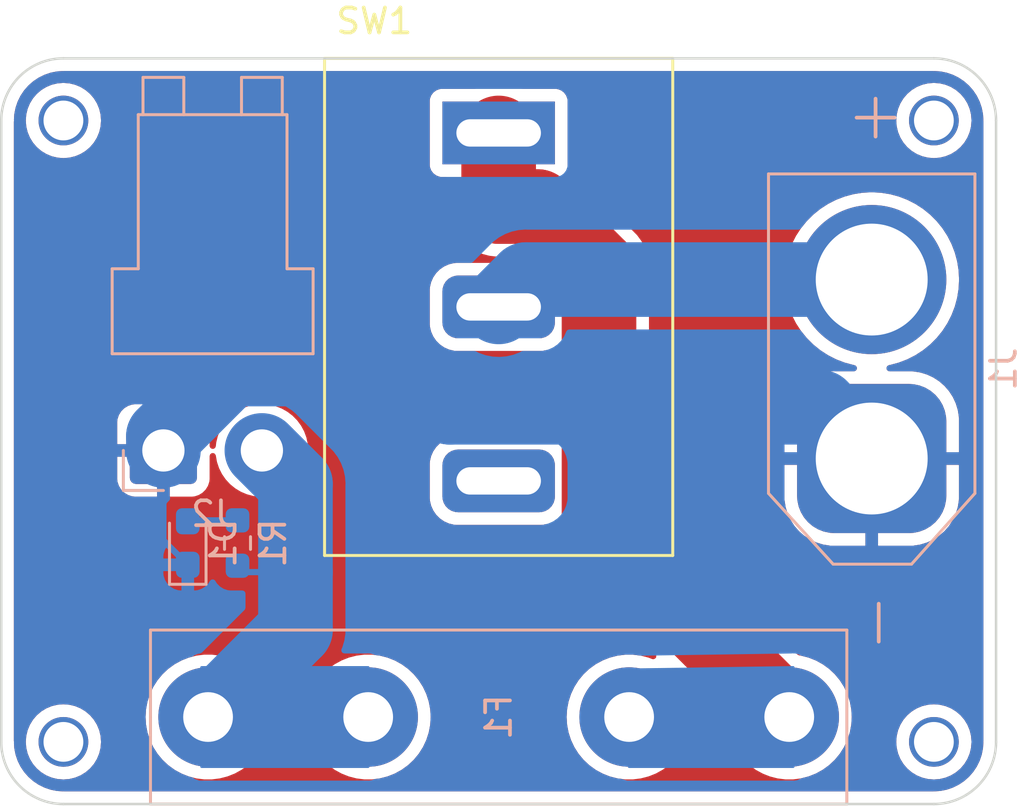
<source format=kicad_pcb>
(kicad_pcb (version 20211014) (generator pcbnew)
  (layers (0 "F.Cu" signal) (31 "B.Cu" signal) (34 "B.Paste" user) (35 "F.Paste" user) (36 "B.SilkS" user "B.Silkscreen") (37 "F.SilkS" user "F.Silkscreen") (38 "B.Mask" user) (39 "F.Mask" user) (44 "Edge.Cuts" user))
  (net 0 "")
  (net 1 "GND")
  (net 2 "Net-(D1-Pad2)")
  (net 3 "Net-(F1-Pad1)")
  (net 4 "Net-(F1-Pad2)")
  (net 5 "Net-(J1-Pad2)")
  (footprint "0.main.robot:SW_SPST_POWER" (layer "F.Cu") (at 120 80)
    (fp_text reference "SW1" (at -5 -11.5) (layer "F.SilkS"))
    (fp_text value "SW_SPST")
    (fp_line (start 7 10) (end -7 10) (layer "F.SilkS") (width 0.12))
    (fp_line (start 7 -10) (end 7 10) (layer "F.SilkS") (width 0.12))
    (fp_line (start -7 10) (end -7 -10) (layer "F.SilkS") (width 0.12))
    (fp_line (start -7 -10) (end 7 -10) (layer "F.SilkS") (width 0.12))
    (pad "" thru_hole roundrect locked (at 0 7) (size 4.524 2.524) (drill oval 3.4 1.1) (layers *.Cu *.Mask))
    (pad "1" thru_hole rect locked (at 0 -7) (size 4.524 2.524) (drill oval 3.4 1.1) (layers *.Cu *.Mask) (net 4 "Net-(F1-Pad2)"))
    (pad "2" thru_hole roundrect locked (at 0 0) (size 4.524 2.524) (drill oval 3.4 1.1) (layers *.Cu *.Mask) (net 5 "Net-(J1-Pad2)"))
  )
  (footprint "0.main.robot:LED_SMLE13WBC8W1" (layer "B.Cu") (at 107.5 89.5 90)
    (fp_text reference "D1" (at 0 1.43 90) (layer "B.SilkS") (effects (justify mirror)))
    (fp_text value "LED")
    (fp_line (start -1.66 0.735) (end -1.66 -0.735) (layer "B.SilkS") (width 0.12))
    (fp_line (start -1.66 -0.735) (end 0.8 -0.735) (layer "B.SilkS") (width 0.12))
    (fp_line (start 0.8 0.735) (end -1.66 0.735) (layer "B.SilkS") (width 0.12))
    (pad "1" smd roundrect locked (at -0.875 0 90) (size 1.05 0.95) (layers "B.Cu" "B.Paste" "B.Mask") (net 1 "GND"))
    (pad "2" smd roundrect locked (at 0.875 0 90) (size 1.05 0.95) (layers "B.Cu" "B.Paste" "B.Mask") (net 2 "Net-(D1-Pad2)"))
  )
  (footprint "0.main.robot:FUSE_20mm" (layer "B.Cu") (at 120 96.5 -90)
    (fp_text reference "F1" (at 0 0 90) (layer "B.SilkS") (effects (justify mirror)))
    (fp_text value "Fuse 15A")
    (fp_poly (pts (xy -2 11.946) (xy 2 11.946) (xy 2 5.246) (xy -2 5.246)) (layer "B.Cu") (width 0.1) (fill solid))
    (fp_poly (pts (xy -1.9 -5.046) (xy 2 -5.246) (xy 2 -11.846) (xy -2 -11.846)) (layer "B.Cu") (width 0.1) (fill solid))
    (fp_line (start -3.5 -14) (end -3.5 14) (layer "B.SilkS") (width 0.12))
    (fp_line (start 0 14) (end 3.5 14) (layer "B.SilkS") (width 0.12))
    (fp_line (start 3.5 -14) (end -3.5 -14) (layer "B.SilkS") (width 0.12))
    (fp_line (start 3.5 14) (end 3.5 -14) (layer "B.SilkS") (width 0.12))
    (fp_line (start -3.5 14) (end 0 14) (layer "B.SilkS") (width 0.12))
    (pad "" thru_hole circle locked (at 0 -5.246 270) (size 4 4) (drill 2) (layers *.Cu *.Mask))
    (pad "" thru_hole circle locked (at 0 5.246 270) (size 4 4) (drill 2) (layers *.Cu *.Mask))
    (pad "1" thru_hole circle locked (at 0 11.684 270) (size 4 4) (drill 2) (layers *.Cu *.Mask) (net 3 "Net-(F1-Pad1)"))
    (pad "2" thru_hole circle locked (at 0 -11.684 270) (size 4 4) (drill 2) (layers *.Cu *.Mask) (net 4 "Net-(F1-Pad2)"))
  )
  (footprint "Resistor_SMD:R_0603_1608Metric_Pad0.98x0.95mm_HandSolder" (layer "B.Cu") (at 109.5 89.5 90)
    (fp_text reference "R1" (at 0 1.43 90) (layer "B.SilkS") (effects (justify mirror)))
    (fp_text value "3k")
    (fp_line (start -0.254724 0.5225) (end 0.254724 0.5225) (layer "B.SilkS") (width 0.12))
    (fp_line (start -0.254724 -0.5225) (end 0.254724 -0.5225) (layer "B.SilkS") (width 0.12))
    (pad "1" smd roundrect (at -0.9125 0 90) (size 0.975 0.95) (layers "B.Cu" "B.Paste" "B.Mask") (net 3 "Net-(F1-Pad1)"))
    (pad "2" smd roundrect (at 0.9125 0 90) (size 0.975 0.95) (layers "B.Cu" "B.Paste" "B.Mask") (net 2 "Net-(D1-Pad2)"))
  )
  (footprint "Connector_JST:JST_VH_B2PS-VH_1x02_P3.96mm_Horizontal" (layer "B.Cu") (at 106.52 85.775)
    (fp_text reference "J2" (at 1.98 2.55) (layer "B.SilkS") (effects (justify mirror)))
    (fp_text value "Power OUT")
    (fp_line (start -1.01 -13.51) (end -1.01 -7.31) (layer "B.SilkS") (width 0.12))
    (fp_line (start 4.97 -13.51) (end -1.01 -13.51) (layer "B.SilkS") (width 0.12))
    (fp_line (start -1.01 -7.31) (end -2.06 -7.31) (layer "B.SilkS") (width 0.12))
    (fp_line (start 4.97 -7.31) (end 4.97 -13.51) (layer "B.SilkS") (width 0.12))
    (fp_line (start 3.14 -13.51) (end 3.14 -15.01) (layer "B.SilkS") (width 0.12))
    (fp_line (start 6.02 -7.31) (end 4.97 -7.31) (layer "B.SilkS") (width 0.12))
    (fp_line (start -2.06 -3.89) (end 6.02 -3.89) (layer "B.SilkS") (width 0.12))
    (fp_line (start 0.82 -15.01) (end 0.82 -13.51) (layer "B.SilkS") (width 0.12))
    (fp_line (start -0.82 -15.01) (end 0.82 -15.01) (layer "B.SilkS") (width 0.12))
    (fp_line (start 0 1.61) (end -1.61 1.61) (layer "B.SilkS") (width 0.12))
    (fp_line (start 3.14 -15.01) (end 4.78 -15.01) (layer "B.SilkS") (width 0.12))
    (fp_line (start 6.02 -3.89) (end 6.02 -7.31) (layer "B.SilkS") (width 0.12))
    (fp_line (start 4.78 -15.01) (end 4.78 -13.51) (layer "B.SilkS") (width 0.12))
    (fp_line (start -2.06 -7.31) (end -2.06 -3.89) (layer "B.SilkS") (width 0.12))
    (fp_line (start -1.61 1.61) (end -1.61 0) (layer "B.SilkS") (width 0.12))
    (fp_line (start -0.82 -13.51) (end -0.82 -15.01) (layer "B.SilkS") (width 0.12))
    (pad "1" thru_hole roundrect (at 0 0) (size 2.7 2.7) (drill 1.7) (layers *.Cu *.Mask) (roundrect_rratio 0.092593) (net 1 "GND"))
    (pad "2" thru_hole circle (at 3.96 0) (size 2.7 2.7) (drill 1.7) (layers *.Cu *.Mask) (net 3 "Net-(F1-Pad1)"))
  )
  (footprint "0.main.robot:AMASS_XT60-M_1x02_P7.20mm_Vertical" (layer "B.Cu") (at 135 86.1 90)
    (fp_text reference "J1" (at 3.6 5.3 90) (layer "B.SilkS") (effects (justify mirror)))
    (fp_text value "Power IN")
    (fp_text user "-" (at -6.604 0.127 90) (layer "B.SilkS") (effects (font (size 2 2)) (justify mirror)))
    (fp_text user "+" (at 13.716 0 90) (layer "B.SilkS") (effects (font (size 2 2)) (justify mirror)))
    (fp_line (start 11.45 4.15) (end -1.4 4.15) (layer "B.SilkS") (width 0.12))
    (fp_line (start -4.25 -1.55) (end -1.4 -4.15) (layer "B.SilkS") (width 0.12))
    (fp_line (start 11.45 -4.15) (end 11.45 4.15) (layer "B.SilkS") (width 0.12))
    (fp_line (start -4.25 1.6) (end -4.25 -1.55) (layer "B.SilkS") (width 0.12))
    (fp_line (start -1.4 -4.15) (end 11.45 -4.15) (layer "B.SilkS") (width 0.12))
    (fp_line (start -1.4 4.15) (end -4.25 1.6) (layer "B.SilkS") (width 0.12))
    (pad "1" thru_hole roundrect locked (at 0 0 90) (size 6 6) (drill 4.5) (layers *.Cu *.Mask) (net 1 "GND"))
    (pad "2" thru_hole circle locked (at 7.2 0 90) (size 6 6) (drill 4.5) (layers *.Cu *.Mask) (net 5 "Net-(J1-Pad2)"))
  )
  (gr_arc (start 140 97.5) (mid 139.267767 99.267767) (end 137.5 100) (layer "Edge.Cuts") (width 0.1))
  (gr_line (start 102.5 100) (end 137.5 100) (layer "Edge.Cuts") (width 0.1))
  (gr_arc (start 137.5 70) (mid 139.267767 70.732233) (end 140 72.5) (layer "Edge.Cuts") (width 0.1))
  (gr_line (start 137.5 70) (end 102.5 70) (layer "Edge.Cuts") (width 0.1))
  (gr_line (start 100 72.5) (end 100 97.5) (layer "Edge.Cuts") (width 0.1))
  (gr_arc (start 100 72.5) (mid 100.732233 70.732233) (end 102.5 70) (layer "Edge.Cuts") (width 0.1))
  (gr_line (start 140 97.5) (end 140 72.5) (layer "Edge.Cuts") (width 0.1))
  (gr_arc (start 102.5 100) (mid 100.732233 99.267767) (end 100 97.5) (layer "Edge.Cuts") (width 0.1))
  (via (at 102.5 97.5) (size 2) (drill 1.6) (layers "F.Cu" "B.Cu") (net 0))
  (via (at 102.5 72.5) (size 2) (drill 1.6) (layers "F.Cu" "B.Cu") (net 0))
  (via (at 137.5 72.5) (size 2) (drill 1.6) (layers "F.Cu" "B.Cu") (net 0))
  (via (at 137.5 97.5) (size 2) (drill 1.6) (layers "F.Cu" "B.Cu") (net 0))
  (segment (start 118.038 84.0385) (end 132.938 84.0385) (width 3) (layer "B.Cu") (net 1))
  (segment (start 109.23 82.5) (end 116.5 82.5) (width 3) (layer "B.Cu") (net 1))
  (segment (start 116.5 82.5) (end 118.038 84.0385) (width 3) (layer "B.Cu") (net 1))
  (segment (start 106.52 89.395) (end 107.5 90.375) (width 0.25) (layer "B.Cu") (net 1))
  (segment (start 106.52 85.2102) (end 109.23 82.5) (width 3) (layer "B.Cu") (net 1))
  (segment (start 106.52 85.775) (end 106.52 85.2102) (width 3) (layer "B.Cu") (net 1))
  (segment (start 106.52 85.775) (end 106.52 89.395) (width 0.25) (layer "B.Cu") (net 1))
  (segment (start 132.938 84.0385) (end 135 86.1) (width 3) (layer "B.Cu") (net 1))
  (segment (start 109.5 88.5875) (end 107.538 88.5875) (width 0.25) (layer "B.Cu") (net 2))
  (segment (start 107.538 88.5875) (end 107.5 88.625) (width 0.25) (layer "B.Cu") (net 2))
  (segment (start 111.83 90.67) (end 111.83 92.986) (width 3) (layer "B.Cu") (net 3))
  (segment (start 109.5 90.4125) (end 109.758 90.67) (width 0.25) (layer "B.Cu") (net 3))
  (segment (start 111.83 87.125) (end 111.83 90.67) (width 3) (layer "B.Cu") (net 3))
  (segment (start 110.48 85.775) (end 111.83 87.125) (width 3) (layer "B.Cu") (net 3))
  (segment (start 111.83 92.986) (end 108.316 96.5) (width 3) (layer "B.Cu") (net 3))
  (segment (start 109.758 90.67) (end 111.83 90.67) (width 0.25) (layer "B.Cu") (net 3))
  (segment (start 124.0352 88.8512) (end 124.0352 78.4238) (width 3) (layer "F.Cu") (net 4))
  (segment (start 131.684 96.5) (end 124.0352 88.8512) (width 3) (layer "F.Cu") (net 4))
  (segment (start 120 73) (end 120 75.9623) (width 3) (layer "F.Cu") (net 4))
  (segment (start 121.5737 75.9623) (end 120 75.9623) (width 3) (layer "F.Cu") (net 4))
  (segment (start 124.0352 78.4238) (end 121.5737 75.9623) (width 3) (layer "F.Cu") (net 4))
  (segment (start 121.1 78.9) (end 120 80) (width 3) (layer "B.Cu") (net 5))
  (segment (start 135 78.9) (end 121.1 78.9) (width 3) (layer "B.Cu") (net 5))
  (zone (net 1) (net_name "GND") (layers F&B.Cu) (connect_pads (clearance 0.508)) (min_thickness 0.254) (fill yes (thermal_gap 0.508) (thermal_bridge_width 0.508))
    (polygon (pts (xy 140 100) (xy 100 100) (xy 100 70) (xy 140 70)))
  )
)
</source>
